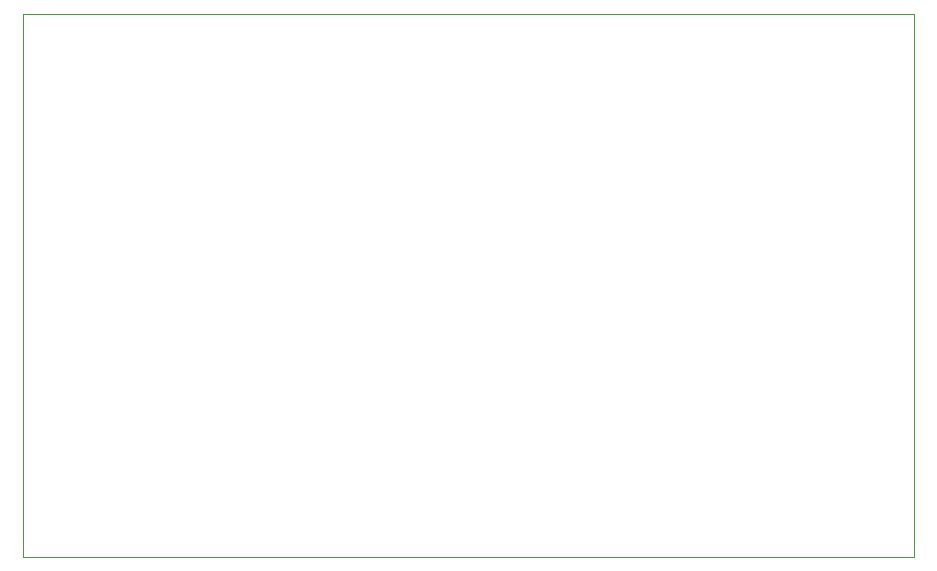
<source format=gbr>
%TF.GenerationSoftware,KiCad,Pcbnew,9.0.1*%
%TF.CreationDate,2025-05-07T13:52:14+02:00*%
%TF.ProjectId,HelioHeat,48656c69-6f48-4656-9174-2e6b69636164,rev?*%
%TF.SameCoordinates,Original*%
%TF.FileFunction,Profile,NP*%
%FSLAX46Y46*%
G04 Gerber Fmt 4.6, Leading zero omitted, Abs format (unit mm)*
G04 Created by KiCad (PCBNEW 9.0.1) date 2025-05-07 13:52:14*
%MOMM*%
%LPD*%
G01*
G04 APERTURE LIST*
%TA.AperFunction,Profile*%
%ADD10C,0.050000*%
%TD*%
G04 APERTURE END LIST*
D10*
X140000000Y-63500000D02*
X140000000Y-17500000D01*
X64500000Y-63500000D02*
X140000000Y-63500000D01*
X64500000Y-17500000D02*
X64500000Y-18000000D01*
X140000000Y-17500000D02*
X64500000Y-17500000D01*
X64500000Y-18000000D02*
X64500000Y-63500000D01*
M02*

</source>
